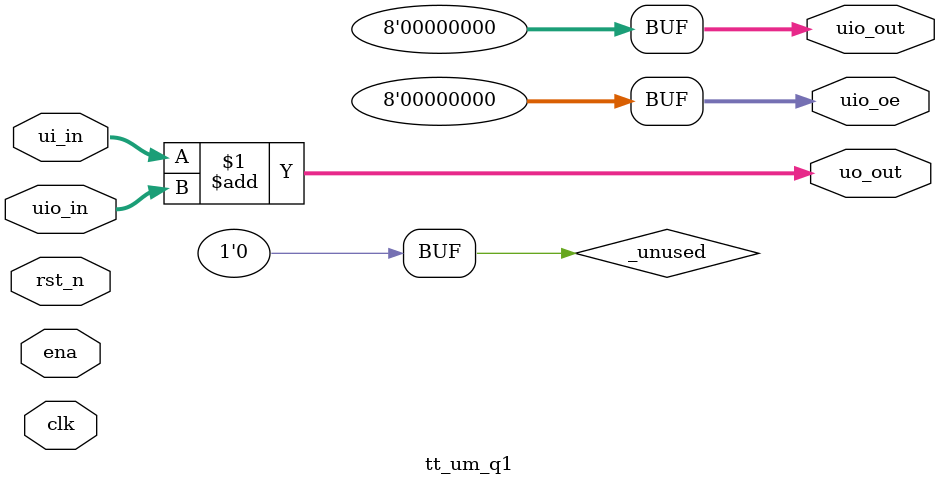
<source format=v>
/*
 * Copyright (c) 2024 Your Name
 * SPDX-License-Identifier: Apache-2.0
 */

`default_nettype none

module tt_um_q1 (
    input  wire [7:0] ui_in,    // Dedicated inputs
    output wire [7:0] uo_out,   // Dedicated outputs
    input  wire [7:0] uio_in,   // IOs: Input path
    output wire [7:0] uio_out,  // IOs: Output path
    output wire [7:0] uio_oe,   // IOs: Enable path (active high: 0=input, 1=output)
    input  wire       ena,      // always 1 when the design is powered, so you can ignore it
    input  wire       clk,      // clock
    input  wire       rst_n     // reset_n - low to reset
);

  // All output pins must be assigned. If not used, assign to 0.
  assign uo_out  = ui_in + uio_in;  // Example: ou_out is the sum of ui_in and uio_in
  assign uio_out = 0;
  assign uio_oe  = 0;

  // List all unused inputs to prevent warnings
  wire _unused = &{ena, clk, rst_n, 1'b0};

endmodule

</source>
